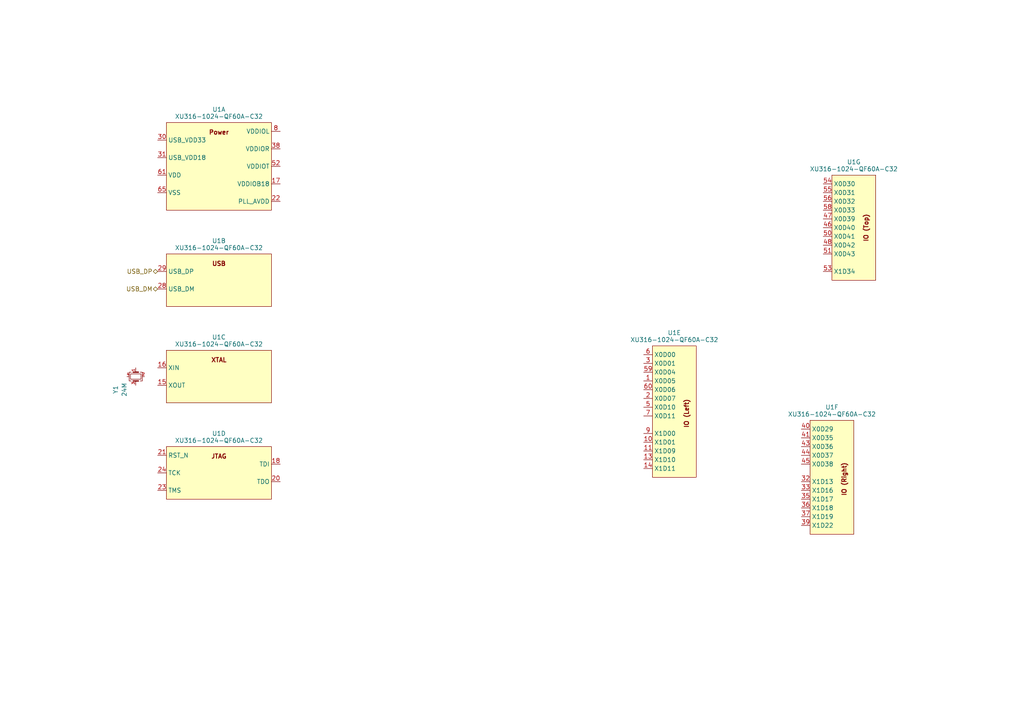
<source format=kicad_sch>
(kicad_sch (version 20231120) (generator "eeschema") (generator_version "8.0")
  (paper "A4")
  (lib_symbols
    (symbol "Device:Crystal_GND24_Small" (pin_names (offset 1.016) hide)
      (property "Reference" "Y" (at 1.27 4.445 0))
      (property "Value" "Crystal_GND24_Small" (at 1.27 2.54 0))
      (symbol "Crystal_GND24_Small_0_1"
        (rectangle (start -0.762 -1.524) (end 0.762 1.524))
        (polyline (pts (xy -1.27 -0.762) (xy -1.27 0.762)) (stroke (width 0.381)))
        (polyline (pts (xy 1.27 -0.762) (xy 1.27 0.762)) (stroke (width 0.381)))
        (polyline (pts (xy -1.27 -1.27) (xy -1.27 -1.905) (xy 1.27 -1.905) (xy 1.27 -1.27)))
        (polyline (pts (xy -1.27 1.27) (xy -1.27 1.905) (xy 1.27 1.905) (xy 1.27 1.27)))
      )
      (symbol "Crystal_GND24_Small_1_1"
        (pin passive line (at -2.54 0 0) (length 1.27) (name "1") (number "1"))
        (pin passive line (at 0 -2.54 90) (length 0.635) (name "2") (number "2"))
        (pin passive line (at 2.54 0 180) (length 1.27) (name "3") (number "3"))
        (pin passive line (at 0 2.54 270) (length 0.635) (name "4") (number "4"))
      )
    )
    (symbol "albert-custom:XU316-1024-QF60A-C32"
      (property "Reference" "U" (at 0 0 0))
      (property "Value" "XU316-1024-QF60A-C32" (at 0 -2.032 0))
      (symbol "XU316-1024-QF60A-C32_0_1"
        (pin no_connect line (at 0 0 0) (length 2.54) hide (name "NC") (number "25"))
      )
      (symbol "XU316-1024-QF60A-C32_1_1"
        (rectangle (start -15.24 -3.81) (end 15.24 -29.21) (fill (type background)))
        (text "Power" (at 0 -6.604 0) (effects (font (size 1.27 1.27) (bold yes))))
        (pin power_in line (at -17.78 -19.05 0) (length 2.54) hide (name "VDD") (number "12"))
        (pin power_in line (at 17.78 -21.59 180) (length 2.54) (name "VDDIOB18") (number "17"))
        (pin power_in line (at -17.78 -19.05 0) (length 2.54) hide (name "VDD") (number "19"))
        (pin power_in line (at 17.78 -26.67 180) (length 2.54) (name "PLL_AVDD") (number "22"))
        (pin power_in line (at 17.78 -21.59 180) (length 2.54) hide (name "VDDIOB18") (number "26"))
        (pin power_in line (at -17.78 -19.05 0) (length 2.54) hide (name "VDD") (number "27"))
        (pin power_in line (at -17.78 -8.89 0) (length 2.54) (name "USB_VDD33") (number "30"))
        (pin power_in line (at -17.78 -13.97 0) (length 2.54) (name "USB_VDD18") (number "31"))
        (pin power_in line (at -17.78 -19.05 0) (length 2.54) hide (name "VDD") (number "34"))
        (pin power_in line (at 17.78 -11.43 180) (length 2.54) (name "VDDIOR") (number "38"))
        (pin power_in line (at -17.78 -19.05 0) (length 2.54) hide (name "VDD") (number "4"))
        (pin power_in line (at -17.78 -19.05 0) (length 2.54) hide (name "VDD") (number "42"))
        (pin power_in line (at -17.78 -19.05 0) (length 2.54) hide (name "VDD") (number "49"))
        (pin power_in line (at 17.78 -16.51 180) (length 2.54) (name "VDDIOT") (number "52"))
        (pin power_in line (at -17.78 -19.05 0) (length 2.54) hide (name "VDD") (number "57"))
        (pin power_in line (at -17.78 -19.05 0) (length 2.54) (name "VDD") (number "61"))
        (pin power_in line (at -17.78 -19.05 0) (length 2.54) hide (name "VDD") (number "62"))
        (pin power_in line (at -17.78 -19.05 0) (length 2.54) hide (name "VDD") (number "63"))
        (pin power_in line (at -17.78 -19.05 0) (length 2.54) hide (name "VDD") (number "64"))
        (pin power_in line (at -17.78 -24.13 0) (length 2.54) (name "VSS") (number "65"))
        (pin power_in line (at 17.78 -6.35 180) (length 2.54) (name "VDDIOL") (number "8"))
      )
      (symbol "XU316-1024-QF60A-C32_2_1"
        (rectangle (start -15.24 -3.81) (end 15.24 -19.05) (fill (type background)))
        (text "USB" (at 0 -6.604 0) (effects (font (size 1.27 1.27) (bold yes))))
        (pin bidirectional line (at -17.78 -13.97 0) (length 2.54) (name "USB_DM") (number "28"))
        (pin bidirectional line (at -17.78 -8.89 0) (length 2.54) (name "USB_DP") (number "29"))
      )
      (symbol "XU316-1024-QF60A-C32_3_1"
        (rectangle (start -15.24 -3.81) (end 15.24 -19.05) (fill (type background)))
        (text "XTAL" (at 0 -6.604 0) (effects (font (size 1.27 1.27) (bold yes))))
        (pin passive line (at -17.78 -13.97 0) (length 2.54) (name "XOUT") (number "15"))
        (pin passive line (at -17.78 -8.89 0) (length 2.54) (name "XIN") (number "16"))
      )
      (symbol "XU316-1024-QF60A-C32_4_1"
        (rectangle (start -15.24 -3.81) (end 15.24 -19.05) (fill (type background)))
        (text "JTAG" (at 0 -6.604 0) (effects (font (size 1.27 1.27) (bold yes))))
        (pin input line (at 17.78 -8.89 180) (length 2.54) (name "TDI") (number "18"))
        (pin output line (at 17.78 -13.97 180) (length 2.54) (name "TDO") (number "20"))
        (pin input line (at -17.78 -6.35 0) (length 2.54) (name "RST_N") (number "21"))
        (pin input line (at -17.78 -16.51 0) (length 2.54) (name "TMS") (number "23"))
        (pin input line (at -17.78 -11.43 0) (length 2.54) (name "TCK") (number "24"))
      )
      (symbol "XU316-1024-QF60A-C32_5_1"
        (rectangle (start -6.35 -3.81) (end 6.35 -41.91) (fill (type background)))
        (text "IO (Left)" (at 3.556 -23.368 900) (effects (font (size 1.27 1.27) (bold yes))))
        (pin bidirectional line (at -8.89 -13.97 0) (length 2.54) (name "X0D05") (number "1"))
        (pin bidirectional line (at -8.89 -31.75 0) (length 2.54) (name "X1D01") (number "10"))
        (pin bidirectional line (at -8.89 -34.29 0) (length 2.54) (name "X1D09") (number "11"))
        (pin bidirectional line (at -8.89 -36.83 0) (length 2.54) (name "X1D10") (number "13"))
        (pin bidirectional line (at -8.89 -39.37 0) (length 2.54) (name "X1D11") (number "14"))
        (pin bidirectional line (at -8.89 -19.05 0) (length 2.54) (name "X0D07") (number "2"))
        (pin bidirectional line (at -8.89 -8.89 0) (length 2.54) (name "X0D01") (number "3"))
        (pin bidirectional line (at -8.89 -21.59 0) (length 2.54) (name "X0D10") (number "5"))
        (pin bidirectional line (at -8.89 -11.43 0) (length 2.54) (name "X0D04") (number "59"))
        (pin bidirectional line (at -8.89 -6.35 0) (length 2.54) (name "X0D00") (number "6"))
        (pin bidirectional line (at -8.89 -16.51 0) (length 2.54) (name "X0D06") (number "60"))
        (pin bidirectional line (at -8.89 -24.13 0) (length 2.54) (name "X0D11") (number "7"))
        (pin bidirectional line (at -8.89 -29.21 0) (length 2.54) (name "X1D00") (number "9"))
      )
      (symbol "XU316-1024-QF60A-C32_6_1"
        (rectangle (start -6.35 -3.81) (end 6.35 -36.83) (fill (type background)))
        (text "IO (Right)" (at 3.556 -20.828 900) (effects (font (size 1.27 1.27) (bold yes))))
        (pin bidirectional line (at -8.89 -21.59 0) (length 2.54) (name "X1D13") (number "32"))
        (pin bidirectional line (at -8.89 -24.13 0) (length 2.54) (name "X1D16") (number "33"))
        (pin bidirectional line (at -8.89 -26.67 0) (length 2.54) (name "X1D17") (number "35"))
        (pin bidirectional line (at -8.89 -29.21 0) (length 2.54) (name "X1D18") (number "36"))
        (pin bidirectional line (at -8.89 -31.75 0) (length 2.54) (name "X1D19") (number "37"))
        (pin bidirectional line (at -8.89 -34.29 0) (length 2.54) (name "X1D22") (number "39"))
        (pin bidirectional line (at -8.89 -6.35 0) (length 2.54) (name "X0D29") (number "40"))
        (pin bidirectional line (at -8.89 -8.89 0) (length 2.54) (name "X0D35") (number "41"))
        (pin bidirectional line (at -8.89 -11.43 0) (length 2.54) (name "X0D36") (number "43"))
        (pin bidirectional line (at -8.89 -13.97 0) (length 2.54) (name "X0D37") (number "44"))
        (pin bidirectional line (at -8.89 -16.51 0) (length 2.54) (name "X0D38") (number "45"))
      )
      (symbol "XU316-1024-QF60A-C32_7_1"
        (rectangle (start -6.35 -3.81) (end 6.35 -34.29) (fill (type background)))
        (text "IO (Top)" (at 3.556 -19.05 900) (effects (font (size 1.27 1.27) (bold yes))))
        (pin bidirectional line (at -8.89 -19.05 0) (length 2.54) (name "X0D40") (number "46"))
        (pin bidirectional line (at -8.89 -16.51 0) (length 2.54) (name "X0D39") (number "47"))
        (pin bidirectional line (at -8.89 -24.13 0) (length 2.54) (name "X0D42") (number "48"))
        (pin bidirectional line (at -8.89 -21.59 0) (length 2.54) (name "X0D41") (number "50"))
        (pin bidirectional line (at -8.89 -26.67 0) (length 2.54) (name "X0D43") (number "51"))
        (pin bidirectional line (at -8.89 -31.75 0) (length 2.54) (name "X1D34") (number "53"))
        (pin bidirectional line (at -8.89 -6.35 0) (length 2.54) (name "X0D30") (number "54"))
        (pin bidirectional line (at -8.89 -8.89 0) (length 2.54) (name "X0D31") (number "55"))
        (pin bidirectional line (at -8.89 -11.43 0) (length 2.54) (name "X0D32") (number "56"))
        (pin bidirectional line (at -8.89 -13.97 0) (length 2.54) (name "X0D33") (number "58"))
      )
    )
  )
  (hierarchical_label "USB_DM" (shape bidirectional) (at 45.72 83.82 180))
  (hierarchical_label "USB_DP" (shape bidirectional) (at 45.72 78.74 180))
  (symbol (lib_id "albert-custom:XU316-1024-QF60A-C32") (at 63.5 69.85 0) (unit 2)
    (property "Reference" "U1" (at 63.5 69.85 0))
    (property "Value" "XU316-1024-QF60A-C32" (at 63.5 71.882 0))
    (property "Footprint" "lib_fp:XU316-1024-QF60A-C32_QFN-60_EP_7x7_Pitch0.4mm" (effects (hide yes)))
    (property "Datasheet" "https://www.xmos.com/download/XU316-1024-QF60A-xcore.ai-Datasheet(22).pdf" (effects (hide yes)))
  )
  (symbol (lib_id "albert-custom:XU316-1024-QF60A-C32") (at 241.3 118.11 0) (unit 6)
    (property "Reference" "U1" (at 241.3 118.11 0))
    (property "Value" "XU316-1024-QF60A-C32" (at 241.3 120.142 0))
    (property "Footprint" "lib_fp:XU316-1024-QF60A-C32_QFN-60_EP_7x7_Pitch0.4mm" (effects (hide yes)))
    (property "Datasheet" "https://www.xmos.com/download/XU316-1024-QF60A-xcore.ai-Datasheet(22).pdf" (effects (hide yes)))
  )
  (symbol (lib_id "albert-custom:XU316-1024-QF60A-C32") (at 63.5 97.79 0) (unit 3)
    (property "Reference" "U1" (at 63.5 97.79 0))
    (property "Value" "XU316-1024-QF60A-C32" (at 63.5 99.822 0))
    (property "Footprint" "lib_fp:XU316-1024-QF60A-C32_QFN-60_EP_7x7_Pitch0.4mm" (effects (hide yes)))
    (property "Datasheet" "https://www.xmos.com/download/XU316-1024-QF60A-xcore.ai-Datasheet(22).pdf" (effects (hide yes)))
  )
  (symbol (lib_id "albert-custom:XU316-1024-QF60A-C32") (at 247.65 46.99 0) (unit 7)
    (property "Reference" "U1" (at 247.65 46.99 0))
    (property "Value" "XU316-1024-QF60A-C32" (at 247.65 49.022 0))
    (property "Footprint" "lib_fp:XU316-1024-QF60A-C32_QFN-60_EP_7x7_Pitch0.4mm" (effects (hide yes)))
    (property "Datasheet" "https://www.xmos.com/download/XU316-1024-QF60A-xcore.ai-Datasheet(22).pdf" (effects (hide yes)))
  )
  (symbol (lib_id "Device:Crystal_GND24_Small") (at 39.37 109.22 90) (mirror x) (unit 1)
    (property "Reference" "Y1" (at 33.528 113.03 0))
    (property "Value" "24M" (at 36.068 113.03 0))
    (property "Description" "Four pin crystal, GND on pins 2 and 4, small symbol" (effects (hide yes)))
  )
  (symbol (lib_id "albert-custom:XU316-1024-QF60A-C32") (at 63.5 31.75 0) (unit 1)
    (property "Reference" "U1" (at 63.5 31.75 0))
    (property "Value" "XU316-1024-QF60A-C32" (at 63.5 33.782 0))
    (property "Footprint" "lib_fp:XU316-1024-QF60A-C32_QFN-60_EP_7x7_Pitch0.4mm" (effects (hide yes)))
    (property "Datasheet" "https://www.xmos.com/download/XU316-1024-QF60A-xcore.ai-Datasheet(22).pdf" (effects (hide yes)))
  )
  (symbol (lib_id "albert-custom:XU316-1024-QF60A-C32") (at 63.5 125.73 0) (unit 4)
    (property "Reference" "U1" (at 63.5 125.73 0))
    (property "Value" "XU316-1024-QF60A-C32" (at 63.5 127.762 0))
    (property "Footprint" "lib_fp:XU316-1024-QF60A-C32_QFN-60_EP_7x7_Pitch0.4mm" (effects (hide yes)))
    (property "Datasheet" "https://www.xmos.com/download/XU316-1024-QF60A-xcore.ai-Datasheet(22).pdf" (effects (hide yes)))
  )
  (symbol (lib_id "albert-custom:XU316-1024-QF60A-C32") (at 195.58 96.52 0) (unit 5)
    (property "Reference" "U1" (at 195.58 96.52 0))
    (property "Value" "XU316-1024-QF60A-C32" (at 195.58 98.552 0))
    (property "Footprint" "lib_fp:XU316-1024-QF60A-C32_QFN-60_EP_7x7_Pitch0.4mm" (effects (hide yes)))
    (property "Datasheet" "https://www.xmos.com/download/XU316-1024-QF60A-xcore.ai-Datasheet(22).pdf" (effects (hide yes)))
  )
)
</source>
